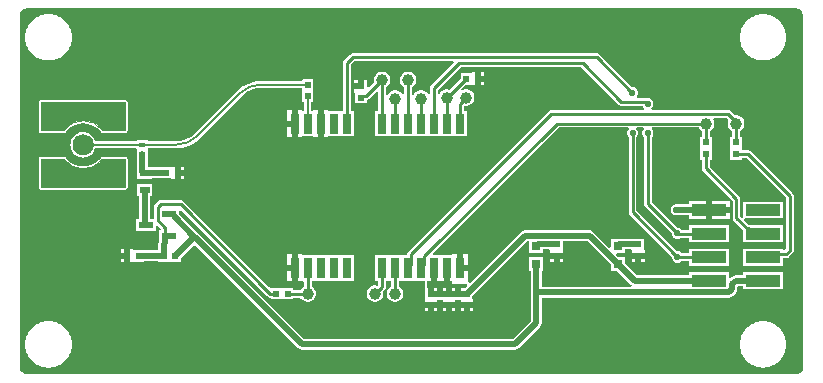
<source format=gtl>
G04*
G04 #@! TF.GenerationSoftware,Altium Limited,Altium Designer,24.4.1 (13)*
G04*
G04 Layer_Physical_Order=1*
G04 Layer_Color=255*
%FSLAX44Y44*%
%MOMM*%
G71*
G04*
G04 #@! TF.SameCoordinates,B6CB6ADF-9DD1-4ECA-98FA-7FF75F321E1A*
G04*
G04*
G04 #@! TF.FilePolarity,Positive*
G04*
G01*
G75*
%ADD10C,0.1778*%
%ADD18R,1.2700X0.5588*%
%ADD19R,0.9000X0.6000*%
%ADD20R,0.5000X0.6000*%
%ADD21R,0.8000X0.8000*%
%ADD22R,0.5000X0.4000*%
%ADD23R,2.9500X1.0200*%
%ADD24R,5.0000X1.0000*%
%ADD25C,1.0000*%
%ADD26R,0.5000X0.5000*%
%ADD27R,0.5000X0.5000*%
%ADD28R,0.6000X0.5000*%
%ADD39C,0.0127*%
%ADD40R,0.8001X1.7983*%
%ADD41C,0.2540*%
%ADD42C,0.5080*%
%ADD43C,0.5500*%
%ADD44C,0.5588*%
G36*
X662899Y313154D02*
X664122Y312648D01*
X665223Y311913D01*
X666159Y310977D01*
X666895Y309878D01*
X667402Y308655D01*
X667661Y307358D01*
X667662Y306697D01*
X667632Y10150D01*
X667632Y10150D01*
X667632Y10150D01*
X667632Y9548D01*
X667397Y8368D01*
X666937Y7257D01*
X666269Y6256D01*
X665419Y5405D01*
X664419Y4736D01*
X663307Y4275D01*
X662128Y4039D01*
X661526Y4038D01*
X10450Y4078D01*
X10450Y4078D01*
X10450Y4078D01*
X9822D01*
X8591Y4323D01*
X7432Y4803D01*
X6388Y5501D01*
X5501Y6388D01*
X4803Y7432D01*
X4323Y8591D01*
X4078Y9822D01*
X4078Y10450D01*
X4078Y10450D01*
X4078Y10450D01*
X4058Y306760D01*
X4058Y307413D01*
X4313Y308693D01*
X4812Y309900D01*
X5537Y310985D01*
X6460Y311909D01*
X7545Y312635D01*
X8751Y313135D01*
X10031Y313391D01*
X10684Y313392D01*
X660940Y313412D01*
X661602D01*
X662899Y313154D01*
D02*
G37*
%LPC*%
G36*
X635037Y308538D02*
X631983D01*
X631589Y308460D01*
X631188D01*
X628193Y307864D01*
X627822Y307711D01*
X627428Y307632D01*
X624607Y306464D01*
X624273Y306241D01*
X623902Y306087D01*
X621363Y304391D01*
X621079Y304107D01*
X620746Y303883D01*
X618587Y301724D01*
X618363Y301390D01*
X618079Y301106D01*
X616383Y298568D01*
X616229Y298197D01*
X616006Y297863D01*
X614838Y295042D01*
X614759Y294648D01*
X614606Y294277D01*
X614010Y291282D01*
Y290881D01*
X613932Y290487D01*
Y287433D01*
X614010Y287039D01*
Y286638D01*
X614606Y283643D01*
X614759Y283272D01*
X614838Y282878D01*
X616006Y280057D01*
X616229Y279723D01*
X616383Y279352D01*
X618079Y276814D01*
X618363Y276529D01*
X618587Y276196D01*
X620746Y274037D01*
X621079Y273813D01*
X621363Y273529D01*
X623902Y271833D01*
X624273Y271679D01*
X624607Y271456D01*
X627428Y270288D01*
X627822Y270209D01*
X628193Y270056D01*
X631188Y269460D01*
X631589D01*
X631983Y269382D01*
X635037D01*
X635431Y269460D01*
X635832D01*
X638827Y270056D01*
X639198Y270209D01*
X639592Y270288D01*
X642413Y271456D01*
X642747Y271679D01*
X643118Y271833D01*
X645657Y273529D01*
X645941Y273813D01*
X646274Y274037D01*
X648434Y276196D01*
X648657Y276530D01*
X648941Y276814D01*
X650637Y279352D01*
X650791Y279723D01*
X651014Y280057D01*
X652182Y282878D01*
X652261Y283272D01*
X652414Y283643D01*
X653010Y286638D01*
Y287039D01*
X653088Y287433D01*
Y290487D01*
X653010Y290881D01*
Y291282D01*
X652414Y294277D01*
X652261Y294648D01*
X652182Y295042D01*
X651014Y297863D01*
X650791Y298197D01*
X650637Y298568D01*
X648941Y301106D01*
X648657Y301391D01*
X648434Y301724D01*
X646274Y303883D01*
X645940Y304107D01*
X645657Y304391D01*
X643118Y306087D01*
X642747Y306241D01*
X642413Y306464D01*
X639592Y307632D01*
X639198Y307711D01*
X638827Y307864D01*
X635832Y308460D01*
X635431D01*
X635037Y308538D01*
D02*
G37*
G36*
X30037D02*
X26983D01*
X26589Y308460D01*
X26188D01*
X23193Y307864D01*
X22822Y307711D01*
X22428Y307632D01*
X19607Y306464D01*
X19273Y306241D01*
X18902Y306087D01*
X16364Y304391D01*
X16079Y304107D01*
X15746Y303883D01*
X13586Y301724D01*
X13363Y301390D01*
X13079Y301106D01*
X11383Y298568D01*
X11229Y298197D01*
X11006Y297863D01*
X9838Y295042D01*
X9759Y294648D01*
X9606Y294277D01*
X9010Y291282D01*
Y290881D01*
X8932Y290487D01*
Y287433D01*
X9010Y287039D01*
Y286638D01*
X9606Y283643D01*
X9759Y283272D01*
X9838Y282878D01*
X11006Y280057D01*
X11229Y279723D01*
X11383Y279352D01*
X13079Y276814D01*
X13363Y276529D01*
X13586Y276196D01*
X15746Y274037D01*
X16079Y273813D01*
X16364Y273529D01*
X18902Y271833D01*
X19273Y271679D01*
X19607Y271456D01*
X22428Y270288D01*
X22822Y270209D01*
X23193Y270056D01*
X26188Y269460D01*
X26589D01*
X26983Y269382D01*
X30037D01*
X30431Y269460D01*
X30832D01*
X33827Y270056D01*
X34198Y270209D01*
X34592Y270288D01*
X37413Y271456D01*
X37747Y271679D01*
X38118Y271833D01*
X40656Y273529D01*
X40941Y273813D01*
X41274Y274037D01*
X43433Y276196D01*
X43657Y276530D01*
X43941Y276814D01*
X45637Y279352D01*
X45791Y279723D01*
X46014Y280057D01*
X47182Y282878D01*
X47261Y283272D01*
X47414Y283643D01*
X48010Y286638D01*
Y287039D01*
X48088Y287433D01*
Y290487D01*
X48010Y290881D01*
Y291282D01*
X47414Y294277D01*
X47261Y294648D01*
X47182Y295042D01*
X46014Y297863D01*
X45791Y298197D01*
X45637Y298568D01*
X43941Y301106D01*
X43657Y301391D01*
X43433Y301724D01*
X41274Y303883D01*
X40940Y304107D01*
X40656Y304391D01*
X38118Y306087D01*
X37747Y306241D01*
X37413Y306464D01*
X34592Y307632D01*
X34198Y307711D01*
X33827Y307864D01*
X30832Y308460D01*
X30431D01*
X30037Y308538D01*
D02*
G37*
G36*
X394540Y259540D02*
Y256540D01*
X397040D01*
Y259540D01*
X394540D01*
D02*
G37*
G36*
X252509Y253500D02*
X243508D01*
Y251950D01*
X208570D01*
X208529Y251958D01*
Y251976D01*
X204090Y251627D01*
X199761Y250588D01*
X195647Y248884D01*
X191850Y246557D01*
X188464Y243665D01*
X188478Y243652D01*
X188455Y243618D01*
X152362Y207525D01*
X152283Y207406D01*
X148984Y204698D01*
X145095Y202620D01*
X140876Y201340D01*
X136629Y200922D01*
X136488Y200950D01*
X112377D01*
Y202000D01*
X103377D01*
Y200950D01*
X68261D01*
X67248Y203395D01*
X66377Y204530D01*
X66305Y204637D01*
X66260Y204683D01*
X65533Y205630D01*
X64586Y206357D01*
X64540Y206403D01*
X64432Y206475D01*
X63298Y207345D01*
X60695Y208423D01*
X59277Y208610D01*
X59150Y208635D01*
X59085D01*
X57902Y208791D01*
X56718Y208635D01*
X56653D01*
X56526Y208610D01*
X55109Y208423D01*
X52506Y207345D01*
X51371Y206475D01*
X51264Y206403D01*
X51218Y206357D01*
X50271Y205630D01*
X49544Y204683D01*
X49498Y204637D01*
X49426Y204530D01*
X48556Y203395D01*
X47478Y200792D01*
X47291Y199374D01*
X47266Y199248D01*
Y199183D01*
X47110Y197999D01*
X47266Y196816D01*
Y196751D01*
X47291Y196624D01*
X47478Y195206D01*
X48556Y192603D01*
X49426Y191469D01*
X49498Y191361D01*
X49544Y191315D01*
X50271Y190368D01*
X51218Y189642D01*
X51264Y189596D01*
X51372Y189524D01*
X52506Y188653D01*
X55109Y187575D01*
X56527Y187388D01*
X56653Y187363D01*
X56718D01*
X57902Y187207D01*
X59085Y187363D01*
X59150D01*
X59277Y187388D01*
X60695Y187575D01*
X63298Y188653D01*
X64432Y189524D01*
X64540Y189596D01*
X64586Y189642D01*
X65533Y190368D01*
X66259Y191315D01*
X66305Y191361D01*
X66377Y191469D01*
X67248Y192603D01*
X68261Y195051D01*
X102847D01*
X103377Y194000D01*
Y190648D01*
X103248Y190000D01*
Y177819D01*
X103248Y177819D01*
X103411Y176998D01*
Y174844D01*
X103411Y174844D01*
X103500Y174396D01*
Y169384D01*
X116500D01*
Y169755D01*
X127383D01*
X128032Y169883D01*
X131914Y169883D01*
X132960Y169343D01*
X133546Y169343D01*
X135460D01*
Y174383D01*
Y179424D01*
X132960D01*
X131914Y178883D01*
X128032Y178883D01*
X127383Y179012D01*
X116500D01*
Y179384D01*
X112506D01*
Y190000D01*
X112377Y190648D01*
Y194000D01*
X112907Y195051D01*
X136447D01*
X136488Y195042D01*
Y195024D01*
X140927Y195373D01*
X145256Y196413D01*
X149370Y198116D01*
X153167Y200443D01*
X156553Y203335D01*
X156553Y203335D01*
X157430Y204250D01*
X192655Y239475D01*
X192735Y239594D01*
X196033Y242302D01*
X199922Y244380D01*
X204142Y245660D01*
X208389Y246078D01*
X208529Y246050D01*
X243508D01*
Y244770D01*
X243508Y244500D01*
Y243500D01*
X243508Y243230D01*
Y234500D01*
X245063D01*
Y226990D01*
X243551D01*
Y227530D01*
X239550D01*
Y215998D01*
Y204466D01*
X243551D01*
Y205007D01*
X252466D01*
Y204466D01*
X256467D01*
Y215998D01*
Y227530D01*
X252466D01*
Y226990D01*
X250954D01*
Y234500D01*
X252509D01*
Y243230D01*
X252509Y243500D01*
Y244500D01*
X252509Y244770D01*
Y253500D01*
D02*
G37*
G36*
X290460Y253040D02*
X287460D01*
Y250540D01*
X290460D01*
Y253040D01*
D02*
G37*
G36*
X397040Y251460D02*
X394540D01*
Y248460D01*
X397040D01*
Y251460D01*
D02*
G37*
G36*
X234470Y227530D02*
X230470D01*
Y218538D01*
X234470D01*
Y227530D01*
D02*
G37*
G36*
X93462Y235917D02*
X22342D01*
X21537Y235757D01*
X20854Y235301D01*
X20398Y234618D01*
X20238Y233813D01*
Y210191D01*
X20398Y209386D01*
X20854Y208703D01*
X21537Y208247D01*
X22342Y208087D01*
X41487D01*
X42255Y208240D01*
X42292Y208247D01*
X42295Y208249D01*
X42975Y208703D01*
X43228Y208897D01*
X43229Y208898D01*
X43229Y208898D01*
X44930Y210971D01*
X47710Y213252D01*
X50882Y214948D01*
X54323Y215991D01*
X57902Y216344D01*
X61481Y215991D01*
X64922Y214948D01*
X68094Y213252D01*
X70873Y210971D01*
X72575Y208898D01*
X72575Y208898D01*
X72575Y208897D01*
X72828Y208703D01*
X73509Y208249D01*
X73511Y208247D01*
X73549Y208240D01*
X74316Y208087D01*
X93462D01*
X94267Y208247D01*
X94950Y208703D01*
X95406Y209386D01*
X95566Y210191D01*
Y233813D01*
X95406Y234618D01*
X94950Y235301D01*
X94267Y235757D01*
X93462Y235917D01*
D02*
G37*
G36*
X234470Y213458D02*
X230470D01*
Y204466D01*
X234470D01*
Y213458D01*
D02*
G37*
G36*
X93462Y187911D02*
X74316D01*
X73549Y187759D01*
X73511Y187751D01*
X73509Y187750D01*
X72828Y187295D01*
X72575Y187101D01*
X72575Y187101D01*
X72575Y187101D01*
X70873Y185027D01*
X68094Y182746D01*
X64922Y181051D01*
X61481Y180007D01*
X57902Y179654D01*
X54323Y180007D01*
X50882Y181051D01*
X47710Y182746D01*
X44930Y185027D01*
X43229Y187101D01*
X43229Y187101D01*
X43228Y187101D01*
X42975Y187295D01*
X42295Y187750D01*
X42292Y187751D01*
X42255Y187759D01*
X41487Y187911D01*
X22342D01*
X21537Y187751D01*
X20854Y187295D01*
X20398Y186612D01*
X20238Y185807D01*
Y162185D01*
X20398Y161380D01*
X20854Y160697D01*
X21537Y160241D01*
X22342Y160081D01*
X93462D01*
X94267Y160241D01*
X94950Y160697D01*
X95406Y161380D01*
X95566Y162185D01*
Y185807D01*
X95406Y186612D01*
X94950Y187295D01*
X94267Y187751D01*
X93462Y187911D01*
D02*
G37*
G36*
X140540Y179424D02*
Y176923D01*
X143040D01*
Y179424D01*
X140540D01*
D02*
G37*
G36*
X143040Y171843D02*
X140540D01*
Y169343D01*
X143040D01*
Y171843D01*
D02*
G37*
G36*
X585410Y150440D02*
X570660D01*
Y147429D01*
X561006D01*
X560000Y147629D01*
X558229Y147277D01*
X556727Y146273D01*
X555723Y144771D01*
X555371Y143000D01*
X555723Y141229D01*
X556727Y139727D01*
X556927Y139527D01*
X556927Y139527D01*
X558429Y138523D01*
X560200Y138171D01*
X570660D01*
Y135160D01*
X585410D01*
Y142800D01*
X587950D01*
D01*
X585410D01*
Y150440D01*
D02*
G37*
G36*
X605240D02*
X590490D01*
Y145340D01*
X605240D01*
Y150440D01*
D02*
G37*
G36*
Y140260D02*
X590490D01*
Y135160D01*
X605240D01*
Y140260D01*
D02*
G37*
G36*
X492965Y275334D02*
X286000D01*
X284724Y275080D01*
X283643Y274357D01*
X278646Y269361D01*
X277923Y268279D01*
X277669Y267003D01*
Y226990D01*
X265547D01*
Y227530D01*
X261547D01*
Y215998D01*
Y204466D01*
X265547D01*
Y205007D01*
X287004D01*
Y226990D01*
X284337D01*
Y265622D01*
X287381Y268666D01*
X371292D01*
X371778Y267493D01*
X352643Y248358D01*
X351920Y247276D01*
X351666Y246000D01*
Y240280D01*
X351176Y240096D01*
X350396Y240060D01*
X349596Y241445D01*
X348293Y242748D01*
X346697Y243669D01*
X344917Y244146D01*
X343074D01*
X341293Y243669D01*
X339697Y242748D01*
X338394Y241445D01*
X337601Y240072D01*
X336717Y240140D01*
X336331Y240289D01*
Y246840D01*
X337298Y247399D01*
X338601Y248702D01*
X339523Y250298D01*
X340000Y252078D01*
Y253922D01*
X339523Y255702D01*
X338601Y257298D01*
X337298Y258601D01*
X335702Y259523D01*
X333922Y260000D01*
X332078D01*
X330298Y259523D01*
X328702Y258601D01*
X327399Y257298D01*
X326477Y255702D01*
X326000Y253922D01*
Y252078D01*
X326477Y250298D01*
X327399Y248702D01*
X328702Y247399D01*
X329663Y246844D01*
Y240289D01*
X329277Y240140D01*
X328393Y240072D01*
X327600Y241445D01*
X326297Y242748D01*
X324701Y243669D01*
X322920Y244146D01*
X321077D01*
X319297Y243669D01*
X317701Y242748D01*
X316397Y241445D01*
X315605Y240072D01*
X314721Y240140D01*
X314335Y240289D01*
Y246842D01*
X315299Y247399D01*
X316602Y248702D01*
X317523Y250298D01*
X318001Y252078D01*
Y253922D01*
X317523Y255702D01*
X316602Y257298D01*
X315299Y258601D01*
X313702Y259523D01*
X311922Y260000D01*
X310079D01*
X308299Y259523D01*
X306702Y258601D01*
X305399Y257298D01*
X304478Y255702D01*
X304000Y253922D01*
Y252078D01*
X304289Y251003D01*
X299713Y246428D01*
X298540Y246914D01*
Y253040D01*
X295540D01*
Y248000D01*
X293000D01*
Y245460D01*
X287460D01*
Y242960D01*
X287460D01*
X288000Y241914D01*
Y233500D01*
X298000D01*
Y236049D01*
X298506Y236150D01*
X299588Y236872D01*
X306493Y243778D01*
X307666Y243291D01*
Y226990D01*
X305000D01*
Y205007D01*
X382990D01*
Y226990D01*
X380324D01*
Y230421D01*
X381078Y231000D01*
X382922D01*
X384702Y231477D01*
X386298Y232399D01*
X387601Y233702D01*
X388523Y235298D01*
X389000Y237078D01*
Y238922D01*
X388523Y240702D01*
X387601Y242298D01*
X386298Y243601D01*
X384702Y244523D01*
X382922Y245000D01*
X381078D01*
X379298Y244523D01*
X378673Y244162D01*
X377894Y245179D01*
X381715Y249000D01*
X385914Y249000D01*
X386960Y248460D01*
X387546Y248460D01*
X389460D01*
Y254000D01*
Y259540D01*
X386960D01*
X385914Y259000D01*
X377500Y259000D01*
Y254215D01*
X367997Y244712D01*
X366922Y245000D01*
X365078D01*
X363298Y244523D01*
X361702Y243601D01*
X360399Y242298D01*
X359604Y240922D01*
X358749Y240981D01*
X358334Y241140D01*
Y244619D01*
X377381Y263666D01*
X479619D01*
X511252Y232033D01*
X512334Y231310D01*
X513610Y231056D01*
X531536D01*
X531973Y230000D01*
X533099Y228874D01*
X532867Y227881D01*
X532710Y227604D01*
X454270D01*
X452994Y227350D01*
X451912Y226628D01*
X332792Y107507D01*
X332069Y106425D01*
X331815Y105149D01*
Y104993D01*
X305000D01*
Y83010D01*
X307666D01*
Y79677D01*
X306633Y78809D01*
X305922Y79000D01*
X304078D01*
X302298Y78523D01*
X300702Y77601D01*
X299399Y76298D01*
X298477Y74702D01*
X298000Y72922D01*
Y71078D01*
X298477Y69298D01*
X299399Y67702D01*
X300702Y66399D01*
X302298Y65477D01*
X304078Y65000D01*
X305922D01*
X307702Y65477D01*
X309298Y66399D01*
X310601Y67702D01*
X311523Y69298D01*
X312000Y71078D01*
Y72922D01*
X311712Y73997D01*
X313358Y75643D01*
X314081Y76725D01*
X314335Y78000D01*
Y83010D01*
X318666D01*
Y78158D01*
X317702Y77601D01*
X316399Y76298D01*
X315477Y74702D01*
X315000Y72922D01*
Y71078D01*
X315477Y69298D01*
X316399Y67702D01*
X317702Y66399D01*
X319298Y65477D01*
X321078Y65000D01*
X322922D01*
X324702Y65477D01*
X326298Y66399D01*
X327601Y67702D01*
X328523Y69298D01*
X329000Y71078D01*
Y72922D01*
X328523Y74702D01*
X327601Y76298D01*
X326298Y77601D01*
X325334Y78158D01*
Y83010D01*
X346518D01*
X346961Y82470D01*
Y77040D01*
X347116Y76260D01*
X347421Y75803D01*
Y72000D01*
X347500Y71602D01*
Y68086D01*
X346960Y67040D01*
X346960Y67040D01*
X346960Y67040D01*
Y64540D01*
X352000D01*
X357040D01*
Y65923D01*
X357040Y66961D01*
X357879Y66961D01*
X362517D01*
Y64540D01*
X367557D01*
X372597D01*
Y66961D01*
X377110D01*
X377950Y66961D01*
Y64540D01*
X382990D01*
X388030D01*
Y67040D01*
X388030D01*
X387490Y68086D01*
Y69954D01*
X433987Y116451D01*
X435492D01*
Y106246D01*
X447492D01*
Y109371D01*
X452327D01*
X453460Y109040D01*
X453460Y108101D01*
Y106540D01*
X459000D01*
X464540D01*
Y109040D01*
X464000Y110086D01*
X464000Y116451D01*
X484740D01*
X504492Y96700D01*
Y91246D01*
X509945D01*
X521665Y79527D01*
X522365Y79059D01*
X521980Y77789D01*
X446121D01*
Y91246D01*
X447492D01*
Y103246D01*
X435492D01*
Y91246D01*
X436863D01*
Y73160D01*
Y48893D01*
X421599Y33629D01*
X244917D01*
X155773Y122773D01*
X155473Y122973D01*
X155273Y123273D01*
X155273Y123273D01*
X139002Y139544D01*
Y142611D01*
X140272Y143137D01*
X213767Y69643D01*
X214849Y68920D01*
X216124Y68666D01*
X216500D01*
Y67000D01*
X225230D01*
X225500Y67000D01*
X226500D01*
X226770Y67000D01*
X235500D01*
Y68666D01*
X241842D01*
X242399Y67702D01*
X243702Y66399D01*
X245298Y65477D01*
X247078Y65000D01*
X248922D01*
X250702Y65477D01*
X252298Y66399D01*
X253601Y67702D01*
X254523Y69298D01*
X255000Y71078D01*
Y72922D01*
X254523Y74702D01*
X253601Y76298D01*
X252298Y77601D01*
X251343Y78153D01*
Y83010D01*
X287004D01*
Y104993D01*
X243551D01*
Y105534D01*
X239550D01*
Y94002D01*
Y82470D01*
X243551D01*
Y82470D01*
X244674Y82117D01*
Y78163D01*
X243702Y77601D01*
X242399Y76298D01*
X241842Y75334D01*
X235500D01*
Y77000D01*
X226770D01*
X226500Y77000D01*
X225500D01*
X225230Y77000D01*
X216500D01*
X216500Y77000D01*
Y77000D01*
X215396Y77444D01*
X142712Y150127D01*
X141630Y150850D01*
X140354Y151104D01*
X123645D01*
X122370Y150850D01*
X121288Y150128D01*
X118674Y147514D01*
X117952Y146432D01*
X117698Y145156D01*
Y134794D01*
X114629D01*
Y154383D01*
X116500D01*
Y164384D01*
X103500D01*
Y154383D01*
X105371D01*
Y134794D01*
X102998D01*
Y125206D01*
X119698D01*
Y128928D01*
X120871Y129414D01*
X123371Y126914D01*
X122878Y125644D01*
X122302D01*
Y120898D01*
X122242Y120596D01*
Y116547D01*
X121723Y115771D01*
X121371Y114000D01*
X121371Y114000D01*
Y108629D01*
X109500D01*
Y109000D01*
X101086Y109000D01*
X100040Y109540D01*
X99454Y109540D01*
X97540D01*
Y104000D01*
Y98460D01*
X100040D01*
X101086Y99000D01*
X109500Y99000D01*
Y99371D01*
X121500D01*
Y99000D01*
X130500D01*
Y99000D01*
X131500D01*
Y99000D01*
X140500D01*
Y101954D01*
X152000Y113454D01*
X239727Y25727D01*
X239727Y25727D01*
X241229Y24723D01*
X243000Y24371D01*
X423516D01*
X423516Y24371D01*
X425288Y24723D01*
X426789Y25727D01*
X444765Y43703D01*
X444765Y43703D01*
X445769Y45204D01*
X446121Y46976D01*
X446121Y46976D01*
Y68531D01*
X604580D01*
X604581Y68531D01*
X606352Y68883D01*
X607854Y69887D01*
X610513Y72546D01*
X610513Y72546D01*
X611517Y74048D01*
X611869Y75819D01*
X611869Y75820D01*
Y77907D01*
X612133Y78171D01*
X616700D01*
Y75700D01*
X650200D01*
Y89900D01*
X616700D01*
Y87429D01*
X610216D01*
X608445Y87077D01*
X606943Y86073D01*
X606943Y86073D01*
X605873Y85004D01*
X604700Y85490D01*
Y89900D01*
X571200D01*
Y87429D01*
X526855D01*
X516492Y97792D01*
Y103246D01*
X511038D01*
X509212Y105073D01*
X509698Y106246D01*
X516492D01*
Y109371D01*
X521327D01*
X522460Y109040D01*
X522460Y108101D01*
Y106540D01*
X528000D01*
X533540D01*
Y109040D01*
X533000Y110086D01*
X533000Y118500D01*
X528648D01*
X528000Y118629D01*
X514928D01*
X514928Y118629D01*
X513450Y118335D01*
X511952D01*
X511505Y118246D01*
X504492D01*
Y111452D01*
X503319Y110966D01*
X489931Y124353D01*
X488429Y125357D01*
X486658Y125709D01*
X486658Y125709D01*
X432070D01*
X432070Y125709D01*
X430298Y125357D01*
X428797Y124353D01*
X428797Y124353D01*
X385758Y81315D01*
X384226Y81442D01*
X384183Y81471D01*
X383530Y82470D01*
Y91462D01*
X376990D01*
Y94002D01*
X374450D01*
Y105534D01*
X370449D01*
Y104993D01*
X354368D01*
X353882Y106167D01*
X460381Y212666D01*
X519113D01*
X519639Y211396D01*
X518973Y210730D01*
X518250Y208984D01*
Y207094D01*
X518973Y205349D01*
X519666Y204656D01*
Y141000D01*
X519920Y139724D01*
X520643Y138643D01*
X556250Y103035D01*
Y102055D01*
X556973Y100309D01*
X558309Y98973D01*
X560055Y98250D01*
X561945D01*
X563691Y98973D01*
X564383Y99666D01*
X571200D01*
Y95700D01*
X604700D01*
Y109900D01*
X571200D01*
Y106334D01*
X564383D01*
X563691Y107027D01*
X561945Y107750D01*
X560965D01*
X526334Y142381D01*
Y204656D01*
X527027Y205349D01*
X527750Y207094D01*
Y208984D01*
X527027Y210730D01*
X526361Y211396D01*
X526887Y212666D01*
X532152D01*
X532678Y211396D01*
X531973Y210691D01*
X531250Y208945D01*
Y207055D01*
X531973Y205309D01*
X532666Y204617D01*
Y148000D01*
X532920Y146724D01*
X533643Y145642D01*
X556250Y123035D01*
Y122055D01*
X556973Y120309D01*
X558309Y118973D01*
X560055Y118250D01*
X561945D01*
X563691Y118973D01*
X564183Y119466D01*
X571200D01*
Y115700D01*
X604700D01*
Y129900D01*
X571200D01*
Y126134D01*
X564584D01*
X563691Y127027D01*
X561945Y127750D01*
X560965D01*
X539334Y149381D01*
Y204617D01*
X540027Y205309D01*
X540750Y207055D01*
Y208945D01*
X540027Y210691D01*
X539322Y211396D01*
X539848Y212666D01*
X578901D01*
X579458Y211702D01*
X580761Y210399D01*
X581725Y209842D01*
Y204500D01*
X580060D01*
Y195770D01*
X580059Y195500D01*
Y194500D01*
X580060Y194230D01*
Y185500D01*
X581725D01*
Y177941D01*
X581979Y176665D01*
X582702Y175583D01*
X607666Y150619D01*
Y136000D01*
X607920Y134724D01*
X608643Y133643D01*
X616611Y125674D01*
Y125360D01*
X616611Y125360D01*
X616700Y124913D01*
Y115700D01*
X650200D01*
Y129900D01*
X623216D01*
X623012Y130036D01*
X621348Y130367D01*
X617285Y134430D01*
X617811Y135700D01*
X650200D01*
Y149900D01*
X616700D01*
Y136811D01*
X615430Y136285D01*
X614334Y137381D01*
Y152000D01*
X614080Y153276D01*
X613358Y154358D01*
X588394Y179321D01*
Y185500D01*
X590059D01*
Y194230D01*
X590060Y194500D01*
Y195500D01*
X590059Y195770D01*
Y204500D01*
X588394D01*
Y209842D01*
X589357Y210399D01*
X590661Y211702D01*
X591582Y213298D01*
X592059Y215078D01*
Y216922D01*
X591582Y218702D01*
X591026Y219666D01*
X591757Y220936D01*
X602349D01*
X604269Y219016D01*
X604088Y218702D01*
X603611Y216922D01*
Y215078D01*
X604088Y213298D01*
X605009Y211702D01*
X606313Y210399D01*
X607277Y209842D01*
Y204500D01*
X605611D01*
Y195770D01*
X605611Y195500D01*
Y194500D01*
X605611Y194230D01*
Y185500D01*
X615611D01*
Y186666D01*
X619619D01*
X652666Y153619D01*
Y109717D01*
X651643Y108694D01*
X650200D01*
Y109900D01*
X636457D01*
X636010Y109989D01*
X635563Y109900D01*
X616700D01*
Y95700D01*
X650200D01*
Y102026D01*
X653024D01*
X654300Y102280D01*
X655382Y103002D01*
X658357Y105978D01*
X659080Y107060D01*
X659334Y108336D01*
Y155000D01*
X659080Y156276D01*
X658357Y157358D01*
X623358Y192358D01*
X622276Y193080D01*
X621000Y193334D01*
X616510D01*
X615611Y194500D01*
Y195500D01*
X615611Y195770D01*
Y204500D01*
X613945D01*
Y209842D01*
X614909Y210399D01*
X616212Y211702D01*
X617134Y213298D01*
X617611Y215078D01*
Y216922D01*
X617134Y218702D01*
X616212Y220298D01*
X614909Y221601D01*
X613313Y222523D01*
X611533Y223000D01*
X609715D01*
X606087Y226628D01*
X605006Y227350D01*
X603730Y227604D01*
X539290D01*
X539133Y227881D01*
X538901Y228874D01*
X540027Y230000D01*
X540750Y231746D01*
Y233636D01*
X540027Y235381D01*
X538691Y236717D01*
X536945Y237441D01*
X535055D01*
X534910Y237381D01*
X534776Y237470D01*
X533500Y237724D01*
X527203D01*
X526677Y238994D01*
X526992Y239309D01*
X527715Y241055D01*
Y242945D01*
X526992Y244691D01*
X525656Y246027D01*
X523910Y246750D01*
X522930D01*
X495323Y274357D01*
X494241Y275080D01*
X492965Y275334D01*
D02*
G37*
G36*
X92460Y109540D02*
X89960D01*
Y106540D01*
X92460D01*
Y109540D01*
D02*
G37*
G36*
X533540Y101460D02*
X530540D01*
Y98960D01*
X533540D01*
Y101460D01*
D02*
G37*
G36*
X525460D02*
X522460D01*
Y98960D01*
X525460D01*
Y101460D01*
D02*
G37*
G36*
X464540Y101460D02*
X461540D01*
Y98960D01*
X464540D01*
Y101460D01*
D02*
G37*
G36*
X456460D02*
X453460D01*
Y98960D01*
X456460D01*
Y101460D01*
D02*
G37*
G36*
X92460Y101460D02*
X89960D01*
Y98460D01*
X92460D01*
Y101460D01*
D02*
G37*
G36*
X383530Y105534D02*
X379530D01*
Y96542D01*
X383530D01*
Y105534D01*
D02*
G37*
G36*
X234470D02*
X230470D01*
Y96542D01*
X234470D01*
Y105534D01*
D02*
G37*
G36*
Y91462D02*
X230470D01*
Y82470D01*
X234470D01*
Y91462D01*
D02*
G37*
G36*
X388030Y59460D02*
X385530D01*
Y56960D01*
X388030D01*
Y59460D01*
D02*
G37*
G36*
X380450D02*
X377950D01*
Y56960D01*
X380450D01*
Y59460D01*
D02*
G37*
G36*
X372597Y59460D02*
X370097D01*
Y56960D01*
X372597D01*
Y59460D01*
D02*
G37*
G36*
X365017D02*
X362517D01*
Y56960D01*
X365017D01*
Y59460D01*
D02*
G37*
G36*
X357040Y59460D02*
X354540D01*
Y56960D01*
X357040D01*
Y59460D01*
D02*
G37*
G36*
X349460D02*
X346960D01*
Y56960D01*
X349460D01*
Y59460D01*
D02*
G37*
G36*
X635037Y48538D02*
X631983D01*
X631589Y48460D01*
X631188D01*
X628193Y47864D01*
X627822Y47711D01*
X627428Y47632D01*
X624607Y46464D01*
X624273Y46241D01*
X623902Y46087D01*
X621363Y44391D01*
X621079Y44107D01*
X620746Y43884D01*
X618587Y41725D01*
X618363Y41391D01*
X618079Y41107D01*
X616383Y38568D01*
X616229Y38197D01*
X616006Y37863D01*
X614838Y35042D01*
X614759Y34648D01*
X614606Y34277D01*
X614010Y31282D01*
Y30881D01*
X613932Y30487D01*
Y27433D01*
X614010Y27039D01*
Y26638D01*
X614606Y23643D01*
X614759Y23272D01*
X614838Y22878D01*
X616006Y20057D01*
X616229Y19723D01*
X616383Y19352D01*
X618079Y16813D01*
X618363Y16529D01*
X618587Y16195D01*
X620746Y14037D01*
X621079Y13813D01*
X621363Y13529D01*
X623902Y11833D01*
X624273Y11679D01*
X624607Y11456D01*
X627428Y10288D01*
X627822Y10209D01*
X628193Y10056D01*
X631188Y9460D01*
X631589D01*
X631983Y9382D01*
X635037D01*
X635431Y9460D01*
X635832D01*
X638827Y10056D01*
X639198Y10209D01*
X639592Y10288D01*
X642413Y11456D01*
X642747Y11679D01*
X643118Y11833D01*
X645657Y13529D01*
X645941Y13813D01*
X646274Y14037D01*
X648434Y16195D01*
X648657Y16530D01*
X648941Y16813D01*
X650637Y19352D01*
X650791Y19723D01*
X651014Y20057D01*
X652182Y22878D01*
X652261Y23272D01*
X652414Y23643D01*
X653010Y26638D01*
Y27039D01*
X653088Y27433D01*
Y30487D01*
X653010Y30881D01*
Y31282D01*
X652414Y34277D01*
X652261Y34648D01*
X652182Y35042D01*
X651014Y37863D01*
X650791Y38197D01*
X650637Y38568D01*
X648941Y41107D01*
X648657Y41391D01*
X648434Y41725D01*
X646274Y43884D01*
X645940Y44107D01*
X645657Y44391D01*
X643118Y46087D01*
X642747Y46241D01*
X642413Y46464D01*
X639592Y47632D01*
X639198Y47711D01*
X638827Y47864D01*
X635832Y48460D01*
X635431D01*
X635037Y48538D01*
D02*
G37*
G36*
X30037D02*
X26983D01*
X26589Y48460D01*
X26188D01*
X23193Y47864D01*
X22822Y47711D01*
X22428Y47632D01*
X19607Y46464D01*
X19273Y46241D01*
X18902Y46087D01*
X16364Y44391D01*
X16079Y44107D01*
X15746Y43884D01*
X13586Y41725D01*
X13363Y41391D01*
X13079Y41107D01*
X11383Y38568D01*
X11229Y38197D01*
X11006Y37863D01*
X9838Y35042D01*
X9759Y34648D01*
X9606Y34277D01*
X9010Y31282D01*
Y30881D01*
X8932Y30487D01*
Y27433D01*
X9010Y27039D01*
Y26638D01*
X9606Y23643D01*
X9759Y23272D01*
X9838Y22878D01*
X11006Y20057D01*
X11229Y19723D01*
X11383Y19352D01*
X13079Y16813D01*
X13363Y16529D01*
X13586Y16195D01*
X15746Y14037D01*
X16079Y13813D01*
X16364Y13529D01*
X18902Y11833D01*
X19273Y11679D01*
X19607Y11456D01*
X22428Y10288D01*
X22822Y10209D01*
X23193Y10056D01*
X26188Y9460D01*
X26589D01*
X26983Y9382D01*
X30037D01*
X30431Y9460D01*
X30832D01*
X33827Y10056D01*
X34198Y10209D01*
X34592Y10288D01*
X37413Y11456D01*
X37747Y11679D01*
X38118Y11833D01*
X40656Y13529D01*
X40941Y13813D01*
X41274Y14037D01*
X43433Y16195D01*
X43657Y16530D01*
X43941Y16813D01*
X45637Y19352D01*
X45791Y19723D01*
X46014Y20057D01*
X47182Y22878D01*
X47261Y23272D01*
X47414Y23643D01*
X48010Y26638D01*
Y27039D01*
X48088Y27433D01*
Y30487D01*
X48010Y30881D01*
Y31282D01*
X47414Y34277D01*
X47261Y34648D01*
X47182Y35042D01*
X46014Y37863D01*
X45791Y38197D01*
X45637Y38568D01*
X43941Y41107D01*
X43657Y41391D01*
X43433Y41725D01*
X41274Y43884D01*
X40940Y44107D01*
X40656Y44391D01*
X38118Y46087D01*
X37747Y46241D01*
X37413Y46464D01*
X34592Y47632D01*
X34198Y47711D01*
X33827Y47864D01*
X30832Y48460D01*
X30431D01*
X30037Y48538D01*
D02*
G37*
%LPD*%
G36*
X60421Y206303D02*
X61993Y205652D01*
X63407Y204707D01*
X64610Y203504D01*
X65555Y202090D01*
X66206Y200518D01*
X66538Y198850D01*
Y197999D01*
Y197149D01*
X66206Y195480D01*
X65555Y193909D01*
X64610Y192494D01*
X63407Y191291D01*
X61993Y190346D01*
X60421Y189695D01*
X58752Y189363D01*
X57051D01*
X55383Y189695D01*
X53811Y190346D01*
X52397Y191291D01*
X51194Y192494D01*
X50249Y193909D01*
X49598Y195480D01*
X49266Y197149D01*
Y197999D01*
Y198850D01*
X49598Y200518D01*
X50249Y202090D01*
X51194Y203504D01*
X52397Y204707D01*
X53811Y205652D01*
X55383Y206303D01*
X57051Y206635D01*
X58752D01*
X60421Y206303D01*
D02*
G37*
G36*
X93462Y210191D02*
X74316D01*
X73321Y211428D01*
X71058Y213652D01*
X68478Y215498D01*
X65644Y216924D01*
X62623Y217894D01*
X59488Y218385D01*
X56315D01*
X53181Y217894D01*
X50160Y216924D01*
X47326Y215498D01*
X44746Y213652D01*
X42483Y211428D01*
X41487Y210191D01*
X22342D01*
Y233813D01*
X93462D01*
Y210191D01*
D02*
G37*
G36*
Y162185D02*
X22342D01*
Y185807D01*
X41487D01*
X41487Y185807D01*
X42483Y184570D01*
X44746Y182347D01*
X47326Y180500D01*
X50160Y179074D01*
X53181Y178105D01*
X56315Y177614D01*
X59488D01*
X62623Y178105D01*
X65644Y179074D01*
X68478Y180500D01*
X71058Y182347D01*
X73321Y184570D01*
X74316Y185807D01*
X93462Y185807D01*
Y162185D01*
D02*
G37*
G36*
X368531Y82470D02*
X370000D01*
Y80000D01*
X382784D01*
X383270Y78827D01*
X381483Y77040D01*
X377950D01*
Y74540D01*
X382990D01*
Y69460D01*
X377950D01*
Y69000D01*
X372597D01*
Y69460D01*
X367557D01*
X362517D01*
Y69000D01*
X357040D01*
Y69460D01*
X352000D01*
Y72000D01*
X349460D01*
Y77040D01*
X349000D01*
Y82470D01*
X352453D01*
Y94002D01*
X357533D01*
Y82470D01*
X363451D01*
Y94002D01*
X368531D01*
Y82470D01*
D02*
G37*
%LPC*%
G36*
X357040Y77040D02*
X354540D01*
Y74540D01*
X357040D01*
Y77040D01*
D02*
G37*
G36*
X372597D02*
X370097D01*
Y74540D01*
X372597D01*
Y77040D01*
D02*
G37*
G36*
X365017D02*
X362517D01*
Y74540D01*
X365017D01*
Y77040D01*
D02*
G37*
%LPD*%
D10*
X136488Y198000D02*
G03*
X154448Y205440I0J25400D01*
G01*
X208529Y249000D02*
G03*
X190569Y241560I0J-25400D01*
G01*
X154448Y205440D02*
X190569Y241560D01*
X208529Y249000D02*
X248008D01*
Y215998D02*
Y239000D01*
X57900Y198000D02*
X136488D01*
D18*
X130652Y120850D02*
D03*
Y139150D02*
D03*
X111348Y130000D02*
D03*
D19*
X110000Y174384D02*
D03*
Y159383D02*
D03*
D20*
X95000Y104000D02*
D03*
X105000D02*
D03*
X382000Y254000D02*
D03*
X392000D02*
D03*
X136000Y104000D02*
D03*
X126000D02*
D03*
X221000Y72000D02*
D03*
X231000D02*
D03*
D21*
X510492Y112246D02*
D03*
Y97246D02*
D03*
X441492Y112246D02*
D03*
Y97246D02*
D03*
D22*
X107877Y190000D02*
D03*
Y198000D02*
D03*
D23*
X633450Y82800D02*
D03*
Y102800D02*
D03*
Y122800D02*
D03*
Y142800D02*
D03*
X587950Y82800D02*
D03*
Y102800D02*
D03*
Y122800D02*
D03*
Y142800D02*
D03*
D24*
X57900Y168839D02*
D03*
X55360Y225940D02*
D03*
D25*
X610611Y216000D02*
D03*
X57902Y197999D02*
D03*
X366000Y238000D02*
D03*
X333000Y253000D02*
D03*
X321999Y237146D02*
D03*
X311000Y253000D02*
D03*
X343995Y237146D02*
D03*
X248000Y72000D02*
D03*
X382000Y238000D02*
D03*
X305000Y72000D02*
D03*
X322000D02*
D03*
X585060Y216000D02*
D03*
D26*
X138000Y174384D02*
D03*
X128000D02*
D03*
D27*
X352000Y62000D02*
D03*
Y72000D02*
D03*
X367557Y62000D02*
D03*
Y72000D02*
D03*
X382990Y62000D02*
D03*
Y72000D02*
D03*
X248008Y249000D02*
D03*
Y239000D02*
D03*
D28*
X293000Y248000D02*
D03*
Y238000D02*
D03*
X459000Y114000D02*
D03*
Y104000D02*
D03*
X528000Y114000D02*
D03*
Y104000D02*
D03*
X585060Y190000D02*
D03*
Y200000D02*
D03*
X610611Y190000D02*
D03*
Y200000D02*
D03*
D39*
X41487Y185807D02*
G03*
X74316Y185807I16415J12192D01*
G01*
Y210191D02*
G03*
X41487Y210191I-16415J-12192D01*
G01*
X66538Y197999D02*
G03*
X66538Y197999I-8636J0D01*
G01*
X74316Y185807D02*
X93462D01*
Y210191D02*
Y233813D01*
X22342Y210191D02*
Y233813D01*
X74316Y210191D02*
X93462D01*
X22342Y162185D02*
Y185807D01*
Y233813D02*
X93462D01*
X22342Y210191D02*
X41487D01*
X22342Y185807D02*
X41487D01*
X93462Y162185D02*
Y185807D01*
X22342Y162185D02*
X93462D01*
D40*
X311000Y215998D02*
D03*
X354993D02*
D03*
X365992D02*
D03*
X376990D02*
D03*
X321999D02*
D03*
X332997D02*
D03*
X343995D02*
D03*
X281003D02*
D03*
X248008D02*
D03*
X259007D02*
D03*
X270005D02*
D03*
X237010D02*
D03*
X270005Y94002D02*
D03*
X248008D02*
D03*
X237010D02*
D03*
X281003D02*
D03*
X259007D02*
D03*
X343995D02*
D03*
X332997D02*
D03*
X321999D02*
D03*
X376990D02*
D03*
X365992D02*
D03*
X354993D02*
D03*
X311000D02*
D03*
D41*
X523000Y141000D02*
Y208039D01*
X492965Y272000D02*
X522965Y242000D01*
X286000Y272000D02*
X492965D01*
X513610Y234390D02*
X533500D01*
X535199Y232691D01*
X481000Y267000D02*
X513610Y234390D01*
X535199Y232691D02*
X536000D01*
X127053Y122374D02*
X128577Y120850D01*
X130652D01*
X127053Y122374D02*
Y127947D01*
X121032Y133968D02*
X127053Y127947D01*
X121032Y133968D02*
Y145156D01*
X123645Y147770D01*
X216124Y72000D02*
X221000D01*
X231000D02*
X231000Y72000D01*
X248000D01*
X123645Y147770D02*
X140354D01*
X216124Y72000D01*
X346726Y103726D02*
X459000Y216000D01*
X585060D01*
X346726Y96732D02*
Y103726D01*
X308854Y250853D02*
X311000Y248706D01*
X308854Y250853D02*
X308854D01*
X308725Y250981D02*
X308854Y250853D01*
X308725Y250981D02*
Y253000D01*
X297230Y239230D02*
X311000Y253000D01*
X294230Y239230D02*
X297230D01*
X293000Y238000D02*
X294230Y239230D01*
X536000Y148000D02*
X561000Y123000D01*
X536000Y148000D02*
Y208000D01*
X376000Y267000D02*
X481000D01*
X335149Y105149D02*
X454270Y224270D01*
X603730D01*
X610611Y217389D01*
X355000Y246000D02*
X376000Y267000D01*
X281003Y267003D02*
X286000Y272000D01*
X355000Y216005D02*
Y246000D01*
X523000Y141000D02*
X561000Y103000D01*
X281003Y215998D02*
Y267003D01*
X343995Y94002D02*
X346726Y96732D01*
X332997Y94002D02*
X335149Y96154D01*
Y105149D01*
X610611Y200000D02*
Y217389D01*
X585060Y200000D02*
Y216000D01*
X656000Y108336D02*
Y155000D01*
X610611Y190000D02*
X621000D01*
X656000Y155000D01*
X636010Y105360D02*
X653024D01*
X656000Y108336D01*
X611000Y136000D02*
X621240Y125760D01*
X585060Y177941D02*
Y190000D01*
Y177941D02*
X611000Y152000D01*
Y136000D02*
Y152000D01*
X343995Y237146D02*
X344000Y237151D01*
X382000Y237792D02*
Y238000D01*
X366000D02*
X380270Y252270D01*
X380770D01*
X382000Y253500D01*
Y254000D01*
X332997Y215998D02*
Y253002D01*
X321000Y237146D02*
X321999Y236148D01*
X366000Y216007D02*
Y238000D01*
X376990Y232782D02*
X382000Y237792D01*
X343995Y215998D02*
Y237995D01*
X376990Y215998D02*
Y232782D01*
X354993Y215998D02*
X355000Y216005D01*
X311000Y78000D02*
Y94002D01*
X321999Y215998D02*
Y236148D01*
X311000Y215998D02*
Y248706D01*
X321999Y94002D02*
X322000Y94001D01*
X248000Y72000D02*
X248008Y72009D01*
X305000Y72000D02*
X311000Y78000D01*
X322000Y72000D02*
Y94001D01*
X248008Y72009D02*
Y94002D01*
X561000Y103000D02*
X587750D01*
X561000Y123000D02*
X561200Y122800D01*
X587950D01*
X587750Y103000D02*
X587950Y102800D01*
D42*
X134462Y137538D02*
Y138896D01*
X136460Y104460D02*
X152000Y120000D01*
X152500Y119500D02*
X243000Y29000D01*
X136040Y104460D02*
X136460D01*
X243000Y29000D02*
X423516D01*
X152000Y120000D02*
Y120000D01*
X134462Y137538D02*
X152000Y120000D01*
X136000Y104000D02*
Y104420D01*
X136040Y104460D01*
X126000Y104000D02*
Y114000D01*
X126871Y114871D01*
Y120596D01*
X130784D01*
X105000Y104000D02*
X126000D01*
X510492Y97246D02*
X524938Y82800D01*
X486658Y121080D02*
X510492Y97246D01*
X432070Y121080D02*
X486658D01*
X382990Y72000D02*
X432070Y121080D01*
X633450Y102800D02*
X636010Y105360D01*
X621240Y125360D02*
X623800Y122800D01*
X633450D01*
X621240Y125360D02*
Y125760D01*
X441492Y73160D02*
Y97246D01*
Y73160D02*
X604581D01*
X441492Y46976D02*
Y73160D01*
X604581D02*
X607240Y75819D01*
X423516Y29000D02*
X441492Y46976D01*
X607240Y75819D02*
Y79824D01*
X610216Y82800D02*
X633450D01*
X607240Y79824D02*
X610216Y82800D01*
X110000Y174384D02*
X127383D01*
X110000Y130000D02*
Y159383D01*
X108040Y174844D02*
X108500Y174384D01*
X107877Y177819D02*
Y190000D01*
Y177819D02*
X108040Y177656D01*
Y174844D02*
Y177656D01*
X108500Y174384D02*
X110000D01*
X510492Y112246D02*
X511952Y113706D01*
X514634D01*
X514928Y114000D01*
X528000D01*
X445928D02*
X459000D01*
X441492Y112246D02*
X442952Y113706D01*
X445634D01*
X445928Y114000D01*
X524938Y82800D02*
X587950D01*
X560200Y142800D02*
X587950D01*
X560000Y143000D02*
X560200Y142800D01*
D43*
X523000Y208039D02*
D03*
X522965Y242000D02*
D03*
X536000Y232691D02*
D03*
X241871Y254805D02*
D03*
X231291D02*
D03*
X220711D02*
D03*
X210131D02*
D03*
X199634Y253481D02*
D03*
X190160Y248771D02*
D03*
X182390Y241591D02*
D03*
X174908Y234110D02*
D03*
X167427Y226629D02*
D03*
X159946Y219147D02*
D03*
X152465Y211666D02*
D03*
X144033Y205276D02*
D03*
X133555Y203805D02*
D03*
X122976D02*
D03*
X112410Y204354D02*
D03*
X101844Y203805D02*
D03*
X91264D02*
D03*
X80684D02*
D03*
X70105Y203927D02*
D03*
X62147Y210899D02*
D03*
X51602Y210033D02*
D03*
X44897Y201849D02*
D03*
X46109Y191339D02*
D03*
X54498Y184892D02*
D03*
X64966Y186424D02*
D03*
X73834Y192195D02*
D03*
X84414D02*
D03*
X94994D02*
D03*
X116052D02*
D03*
X126632D02*
D03*
X137212Y192229D02*
D03*
X147587Y194300D02*
D03*
X156682Y199706D02*
D03*
X164283Y207065D02*
D03*
X171765Y214546D02*
D03*
X179246Y222027D02*
D03*
X186727Y229508D02*
D03*
X194208Y236989D02*
D03*
X203283Y242429D02*
D03*
X213835Y243195D02*
D03*
X224415D02*
D03*
X234995D02*
D03*
X255209Y245785D02*
D03*
X252362Y255974D02*
D03*
X536000Y208000D02*
D03*
X561000Y103000D02*
D03*
Y123000D02*
D03*
X560000Y143000D02*
D03*
D44*
X175640Y128600D02*
D03*
X124840Y154000D02*
D03*
X150240Y103200D02*
D03*
X404029Y103411D02*
D03*
X455040Y128600D02*
D03*
X429640D02*
D03*
X404240D02*
D03*
X302640Y230200D02*
D03*
X632840Y255600D02*
D03*
Y230200D02*
D03*
Y204800D02*
D03*
Y154000D02*
D03*
Y52400D02*
D03*
X607440Y281000D02*
D03*
Y255600D02*
D03*
Y230200D02*
D03*
Y179400D02*
D03*
Y52400D02*
D03*
Y27000D02*
D03*
X582040Y281000D02*
D03*
Y255600D02*
D03*
Y154000D02*
D03*
Y52400D02*
D03*
X556640Y281000D02*
D03*
Y255600D02*
D03*
Y204800D02*
D03*
Y179400D02*
D03*
Y154000D02*
D03*
Y52400D02*
D03*
X531240Y281000D02*
D03*
Y255600D02*
D03*
Y52400D02*
D03*
X505840Y281000D02*
D03*
Y204800D02*
D03*
Y179400D02*
D03*
Y154000D02*
D03*
Y128600D02*
D03*
Y52400D02*
D03*
X480440Y281000D02*
D03*
Y255600D02*
D03*
Y204800D02*
D03*
Y179400D02*
D03*
Y154000D02*
D03*
Y128600D02*
D03*
Y103200D02*
D03*
Y52400D02*
D03*
X455040Y281000D02*
D03*
Y255600D02*
D03*
Y179400D02*
D03*
Y154000D02*
D03*
Y52400D02*
D03*
X429640Y281000D02*
D03*
Y255600D02*
D03*
Y230200D02*
D03*
Y154000D02*
D03*
Y103200D02*
D03*
Y77800D02*
D03*
Y52400D02*
D03*
X404240Y281000D02*
D03*
Y255600D02*
D03*
Y230200D02*
D03*
Y204800D02*
D03*
Y77800D02*
D03*
Y52400D02*
D03*
X378840Y281000D02*
D03*
Y179400D02*
D03*
Y52400D02*
D03*
X353440Y281000D02*
D03*
Y255600D02*
D03*
Y179400D02*
D03*
Y154000D02*
D03*
Y52400D02*
D03*
X328040Y281000D02*
D03*
Y179400D02*
D03*
Y154000D02*
D03*
Y128600D02*
D03*
Y52400D02*
D03*
X302640Y281000D02*
D03*
Y179400D02*
D03*
Y154000D02*
D03*
Y128600D02*
D03*
Y52400D02*
D03*
X277240Y281000D02*
D03*
Y179400D02*
D03*
Y154000D02*
D03*
Y128600D02*
D03*
Y77800D02*
D03*
Y52400D02*
D03*
X251840Y281000D02*
D03*
Y179400D02*
D03*
Y154000D02*
D03*
Y128600D02*
D03*
Y52400D02*
D03*
X226440Y281000D02*
D03*
Y230200D02*
D03*
Y204800D02*
D03*
Y179400D02*
D03*
Y154000D02*
D03*
Y128600D02*
D03*
Y103200D02*
D03*
Y27000D02*
D03*
X201040Y281000D02*
D03*
Y230200D02*
D03*
Y204800D02*
D03*
Y179400D02*
D03*
Y154000D02*
D03*
Y128600D02*
D03*
Y103200D02*
D03*
Y52400D02*
D03*
Y27000D02*
D03*
X175640Y281000D02*
D03*
Y255600D02*
D03*
Y204800D02*
D03*
Y179400D02*
D03*
Y154000D02*
D03*
Y77800D02*
D03*
Y52400D02*
D03*
Y27000D02*
D03*
X150240Y281000D02*
D03*
Y255600D02*
D03*
Y230200D02*
D03*
Y179400D02*
D03*
Y154000D02*
D03*
Y77800D02*
D03*
Y52400D02*
D03*
Y27000D02*
D03*
X124840Y281000D02*
D03*
Y255600D02*
D03*
Y230200D02*
D03*
Y77800D02*
D03*
Y52400D02*
D03*
Y27000D02*
D03*
X99440Y281000D02*
D03*
Y255600D02*
D03*
Y154000D02*
D03*
Y77800D02*
D03*
Y52400D02*
D03*
Y27000D02*
D03*
X74040Y281000D02*
D03*
Y255600D02*
D03*
Y230200D02*
D03*
Y179400D02*
D03*
Y154000D02*
D03*
Y128600D02*
D03*
Y103200D02*
D03*
Y77800D02*
D03*
Y52400D02*
D03*
Y27000D02*
D03*
X48640Y255600D02*
D03*
Y154000D02*
D03*
Y128600D02*
D03*
Y103200D02*
D03*
Y77800D02*
D03*
Y52400D02*
D03*
X23240Y255600D02*
D03*
Y154000D02*
D03*
Y128600D02*
D03*
Y103200D02*
D03*
Y77800D02*
D03*
Y52400D02*
D03*
M02*

</source>
